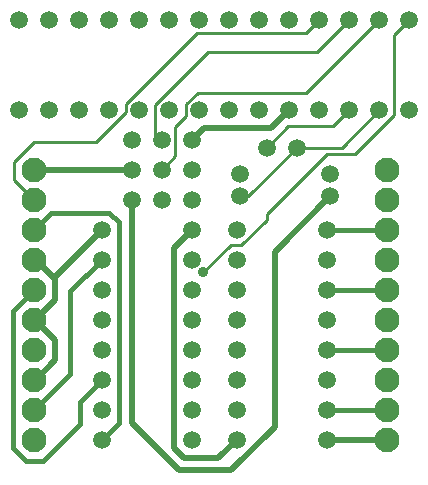
<source format=gbl>
G04 (created by PCBNEW (2013-june-11)-stable) date Fri 19 Feb 2016 10:27:21 AM CET*
%MOIN*%
G04 Gerber Fmt 3.4, Leading zero omitted, Abs format*
%FSLAX34Y34*%
G01*
G70*
G90*
G04 APERTURE LIST*
%ADD10C,0.00590551*%
%ADD11C,0.0590551*%
%ADD12C,0.0826772*%
%ADD13C,0.035*%
%ADD14C,0.019685*%
%ADD15C,0.01*%
%ADD16C,0.015748*%
G04 APERTURE END LIST*
G54D10*
G54D11*
X39000Y-25500D03*
X39000Y-26500D03*
X39000Y-27500D03*
X39000Y-28500D03*
X39000Y-29500D03*
X39000Y-30500D03*
X39000Y-31500D03*
X39000Y-32500D03*
X42000Y-32500D03*
X42000Y-31500D03*
X42000Y-30500D03*
X42000Y-29500D03*
X42000Y-28500D03*
X42000Y-27500D03*
X42000Y-26500D03*
X42000Y-25500D03*
X37500Y-32500D03*
X37500Y-31500D03*
X37500Y-30500D03*
X37500Y-29500D03*
X37500Y-28500D03*
X37500Y-27500D03*
X37500Y-26500D03*
X37500Y-25500D03*
X34500Y-25500D03*
X34500Y-26500D03*
X34500Y-27500D03*
X34500Y-28500D03*
X34500Y-29500D03*
X34500Y-30500D03*
X34500Y-31500D03*
X34500Y-32500D03*
X42125Y-24375D03*
X39125Y-24375D03*
X42125Y-23625D03*
X39125Y-23625D03*
X36500Y-24500D03*
X37500Y-24500D03*
X35500Y-24500D03*
X36500Y-23500D03*
X37500Y-23500D03*
X35500Y-23500D03*
X36500Y-22500D03*
X37500Y-22500D03*
X35500Y-22500D03*
X41000Y-22750D03*
X40000Y-22750D03*
G54D12*
X44000Y-23500D03*
X44000Y-24500D03*
X44000Y-25500D03*
X44000Y-26500D03*
X44000Y-27500D03*
X44000Y-28500D03*
X44000Y-29500D03*
X44000Y-30500D03*
X44000Y-31500D03*
X44000Y-32500D03*
X32250Y-23500D03*
X32250Y-24500D03*
X32250Y-25500D03*
X32250Y-26500D03*
X32250Y-27500D03*
X32250Y-28500D03*
X32250Y-29500D03*
X32250Y-30500D03*
X32250Y-31500D03*
X32250Y-32500D03*
G54D11*
X31750Y-21500D03*
X32750Y-21500D03*
X33750Y-21500D03*
X34750Y-21500D03*
X35750Y-21500D03*
X36750Y-21500D03*
X37750Y-21500D03*
X38750Y-21500D03*
X39750Y-21500D03*
X40750Y-21500D03*
X41750Y-21500D03*
X42750Y-21500D03*
X43750Y-21500D03*
X44750Y-21500D03*
X44750Y-18500D03*
X43750Y-18500D03*
X42750Y-18500D03*
X41750Y-18500D03*
X40750Y-18500D03*
X39750Y-18500D03*
X38750Y-18500D03*
X37750Y-18500D03*
X36750Y-18500D03*
X35750Y-18500D03*
X34750Y-18500D03*
X33750Y-18500D03*
X32750Y-18500D03*
X31750Y-18500D03*
G54D13*
X37897Y-26915D03*
G54D14*
X44000Y-32500D02*
X42000Y-32500D01*
X32963Y-29179D02*
X32284Y-28500D01*
X32963Y-29841D02*
X32963Y-29179D01*
X32304Y-30500D02*
X32963Y-29841D01*
X32250Y-30500D02*
X32304Y-30500D01*
X32284Y-28500D02*
X32250Y-28500D01*
X34500Y-25500D02*
X32900Y-27099D01*
X32962Y-27161D02*
X32900Y-27099D01*
X32962Y-27821D02*
X32962Y-27161D01*
X32284Y-28500D02*
X32962Y-27821D01*
X32300Y-26500D02*
X32250Y-26500D01*
X32900Y-27099D02*
X32300Y-26500D01*
X32250Y-23500D02*
X35500Y-23500D01*
X35500Y-31922D02*
X35500Y-24500D01*
X37094Y-33516D02*
X35500Y-31922D01*
X38820Y-33516D02*
X37094Y-33516D01*
X40266Y-32070D02*
X38820Y-33516D01*
X40266Y-26233D02*
X40266Y-32070D01*
X42125Y-24375D02*
X40266Y-26233D01*
G54D15*
X31575Y-23825D02*
X32250Y-24500D01*
X31575Y-23237D02*
X31575Y-23825D01*
X32256Y-22556D02*
X31575Y-23237D01*
X34324Y-22556D02*
X32256Y-22556D01*
X35304Y-21576D02*
X34324Y-22556D01*
X35304Y-21315D02*
X35304Y-21576D01*
X37674Y-18945D02*
X35304Y-21315D01*
X41304Y-18945D02*
X37674Y-18945D01*
X41750Y-18500D02*
X41304Y-18945D01*
G54D16*
X44000Y-25500D02*
X42000Y-25500D01*
X44000Y-29500D02*
X42000Y-29500D01*
X44000Y-31500D02*
X42000Y-31500D01*
X35077Y-31922D02*
X34500Y-32500D01*
X35077Y-25241D02*
X35077Y-31922D01*
X34759Y-24923D02*
X35077Y-25241D01*
X32826Y-24923D02*
X34759Y-24923D01*
X32250Y-25500D02*
X32826Y-24923D01*
X33773Y-31226D02*
X34500Y-30500D01*
X33773Y-31982D02*
X33773Y-31226D01*
X32562Y-33193D02*
X33773Y-31982D01*
X31967Y-33193D02*
X32562Y-33193D01*
X31556Y-32782D02*
X31967Y-33193D01*
X31556Y-28193D02*
X31556Y-32782D01*
X32250Y-27500D02*
X31556Y-28193D01*
X33458Y-27541D02*
X34500Y-26500D01*
X33458Y-30291D02*
X33458Y-27541D01*
X32250Y-31500D02*
X33458Y-30291D01*
X44000Y-27500D02*
X42000Y-27500D01*
G54D15*
X38813Y-26000D02*
X37897Y-26915D01*
X39159Y-26000D02*
X38813Y-26000D01*
X39999Y-25159D02*
X39159Y-26000D01*
X39999Y-24965D02*
X39999Y-25159D01*
X42015Y-22950D02*
X39999Y-24965D01*
X42953Y-22950D02*
X42015Y-22950D01*
X44250Y-21653D02*
X42953Y-22950D01*
X44250Y-19000D02*
X44250Y-21653D01*
X44750Y-18500D02*
X44250Y-19000D01*
X36951Y-23048D02*
X36500Y-23500D01*
X36951Y-22066D02*
X36951Y-23048D01*
X37304Y-21713D02*
X36951Y-22066D01*
X37304Y-21315D02*
X37304Y-21713D01*
X37699Y-20921D02*
X37304Y-21315D01*
X41328Y-20921D02*
X37699Y-20921D01*
X43750Y-18500D02*
X41328Y-20921D01*
X36298Y-22298D02*
X36500Y-22500D01*
X36298Y-21317D02*
X36298Y-22298D01*
X38043Y-19572D02*
X36298Y-21317D01*
X41677Y-19572D02*
X38043Y-19572D01*
X42750Y-18500D02*
X41677Y-19572D01*
G54D14*
X37909Y-22090D02*
X37500Y-22500D01*
X40159Y-22090D02*
X37909Y-22090D01*
X40750Y-21500D02*
X40159Y-22090D01*
X36908Y-26091D02*
X37500Y-25500D01*
X36908Y-32762D02*
X36908Y-26091D01*
X37252Y-33106D02*
X36908Y-32762D01*
X38393Y-33106D02*
X37252Y-33106D01*
X39000Y-32500D02*
X38393Y-33106D01*
G54D15*
X40707Y-22042D02*
X40000Y-22750D01*
X42207Y-22042D02*
X40707Y-22042D01*
X42750Y-21500D02*
X42207Y-22042D01*
X42500Y-22750D02*
X41000Y-22750D01*
X43750Y-21500D02*
X42500Y-22750D01*
X39375Y-24375D02*
X39125Y-24375D01*
X41000Y-22750D02*
X39375Y-24375D01*
M02*

</source>
